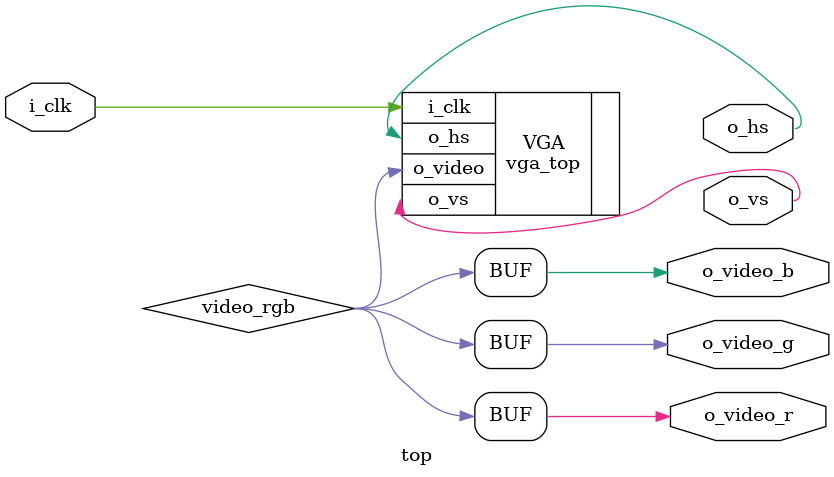
<source format=v>

`include "vga_lib/vga_config.vh"

module top 
(
    input wire i_clk,
//	 output wire o_video_rgb,
	 output wire o_video_r,
	 output wire o_video_g,
	 output wire o_video_b,
	 output wire o_vs,
	 output wire o_hs
//     ,
	 
//	 input wire i_spi_mosi,              // EXTERNAL i/o interface SPI for DM
//	 input wire i_spi_cs,
//	 input wire i_spi_sck,
//	 output wire o_spi_miso
);


//wire i_clk;

wire [7:0] cmd;           // command
wire [10:0] cursor_adr;      // adr cursor
wire [7:0] spi_to_vga;    // data to controller
wire [7:0] wr_to_vga;     // data to controller
wire [7:0] vga_to_spi;    // data from controller
wire cs_h;                // chip select
wire rl_wh;               // read - write
wire ready_h;             // controler status
wire video_rgb;
wire video_r;
wire video_g;
wire video_b;

//-----------------------------------------------------------------------------
// Most SPI to VGA
//-----------------------------------------------------------------------------
/*
spi_contr SPI_TO_VGA
(
    .i_clk         ( i_clk      ),
	.o_vga_cmd     ( cmd        ),    // command 
	.o_vga_cur_adr ( cursor_adr ),    // set adr cursor
	.o_vga_port    ( spi_to_vga ),    // output port data
	.i_vga_port    ( vga_to_spi ),    // input port data
	.o_vga_cs_h    ( cs_h       ),    // chip select, for I/O port*
	.o_vga_rl_wh   ( rl_wh      ),    // if =0 then RE, if =1 then WE.
	.i_vga_ready_h ( ready_h    ),    // controler gotov
	 
	.i_spi_mosi    ( i_spi_mosi ),    // EXTERNAL i/o interface SPI
	.i_spi_cs      ( i_spi_cs   ),
	.i_spi_sck     ( i_spi_sck  ),
	.o_spi_miso    ( o_spi_miso )
);
*/

`ifdef VGA_CMD_PORT
cur_wr_char WR_CHAR 
(
    .i_clk        ( i_clk      ),
	.o_cmd        ( cmd        ),
	.o_cursor_adr ( cursor_adr ),
	.o_port       ( wr_to_vga  ),
	.o_cs_h       ( cs_h       ),
	.o_rl_wh      ( rl_wh      ),
	.i_ready_h    ( ready_h    ) 
);
`endif

`ifdef VGA_DMA_PORT
wire [7:0]  cram_data;
wire [7:0]  vram_data;
wire [10:0] vram_adr;
wire        vram_we;
wire        cursor_on;

dma_cur_wr_char DMA_WR_CHAR
(
    .i_clk        ( i_clk      ),
    .o_cram_data  ( cram_data  ),
    .o_vram_data  ( vram_data  ),
    .o_vram_adr   ( vram_adr   ),
    .o_vram_we    ( vram_we    ),
    .o_cursor_adr ( cursor_adr ),
    .o_cursor_on  ( cursor_on  )
);
`endif

//-----------------------------------------------------------------------------
// Video adapter TEXT 80x25 64x30 char, vga 640x480
//-----------------------------------------------------------------------------
vga_top VGA
(
    .i_clk     ( i_clk       ),

`ifdef VGA_CMD_PORT
	.i_cmd     ( cmd         ),   // CMD
	.i_cur_adr ( cursor_adr  ),   // cursor ADRES
//	.i_port    ( spi_to_vga  ),   // port data
	.i_port    ( wr_to_vga   ),   // port data
	.o_port    ( vga_to_spi  ),   // port data
	.i_cs_h    ( cs_h        ),   // chip select, for I/O port*
	.i_rl_wh   ( rl_wh       ),   // if =1 then RE, if =0 then WE.
	.o_ready_h ( ready_h     ),   // controler zanat
`endif

`ifdef VGA_DMA_PORT
`ifdef VGA_COLOR_ENABLE
    .i_cram_addr_wr ( vram_adr   ), // bus adr video ram
    .i_cram_data_wr ( cram_data  ), // bus data video ram
    .i_cram_wr_h    ( vram_we    ), // strobe write data to mem
`endif
    .i_vram_addr_wr ( vram_adr   ), // bus adr video ram
    .i_vram_data_wr ( vram_data  ), // bus data video ram
    .i_vram_wr_h    ( vram_we    ), // strobe write data to mem

    .i_cursor_addr  ( cursor_adr ), // set cursor position
    .i_cursor_en    ( cursor_on  ), // cursor enable/disable
`endif

// VGA output
	.o_hs      ( o_hs        ),
	.o_vs      ( o_vs        ),

`ifdef VGA_COLOR_ENABLE
	.o_video_r ( video_r     ),
	.o_video_g ( video_g     ),
	.o_video_b ( video_b     )
`else
	.o_video   ( video_rgb   )
`endif
	 
);

`ifdef VGA_COLOR_ENABLE
assign o_video_r = video_r;
assign o_video_g = video_g;
assign o_video_b = video_b;
`else
assign o_video_r = video_rgb;
assign o_video_g = video_rgb;
assign o_video_b = video_rgb;
`endif

endmodule


</source>
